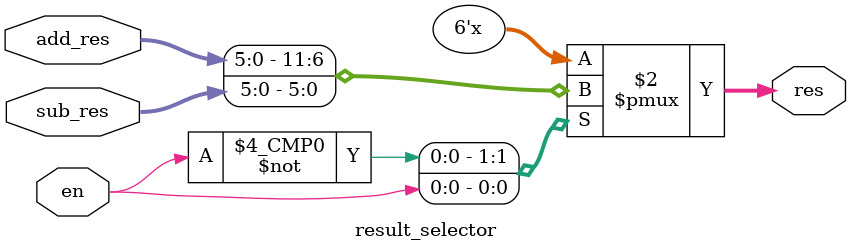
<source format=sv>
module result_selector #(parameter n = 6) (
                                            input logic[n - 1 : 0] add_res, 
                                            input logic [n - 1 : 0] sub_res, 
                                            input logic             en, 
                                            output logic [n - 1 : 0] res);

    always_comb begin
        case (en) 
            1'b0: res = add_res;
            1'b1: res = sub_res;
        endcase
    end





endmodule
</source>
